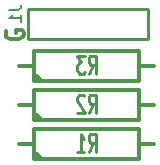
<source format=gbo>
G04 (created by PCBNEW-RS274X (2012-01-19 BZR 3256)-stable) date 23/01/2013 13:42:51*
G01*
G70*
G90*
%MOIN*%
G04 Gerber Fmt 3.4, Leading zero omitted, Abs format*
%FSLAX34Y34*%
G04 APERTURE LIST*
%ADD10C,0.006000*%
%ADD11C,0.012000*%
%ADD12C,0.010000*%
%ADD13C,0.008000*%
G04 APERTURE END LIST*
G54D10*
G54D11*
X62521Y-31219D02*
X62493Y-31267D01*
X62493Y-31338D01*
X62521Y-31410D01*
X62579Y-31457D01*
X62636Y-31481D01*
X62750Y-31505D01*
X62836Y-31505D01*
X62950Y-31481D01*
X63007Y-31457D01*
X63064Y-31410D01*
X63093Y-31338D01*
X63093Y-31290D01*
X63064Y-31219D01*
X63036Y-31195D01*
X62836Y-31195D01*
X62836Y-31290D01*
G54D12*
X67250Y-30500D02*
X63250Y-30500D01*
X67250Y-31500D02*
X63250Y-31500D01*
X63250Y-31500D02*
X63250Y-30500D01*
X67250Y-30500D02*
X67250Y-31500D01*
G54D11*
X63450Y-35500D02*
X63450Y-34500D01*
X63450Y-34500D02*
X66950Y-34500D01*
X66950Y-34500D02*
X66950Y-35500D01*
X66950Y-35500D02*
X63450Y-35500D01*
X63450Y-35250D02*
X63700Y-35500D01*
X63450Y-35000D02*
X62950Y-35000D01*
X66950Y-35000D02*
X67450Y-35000D01*
X63450Y-34200D02*
X63450Y-33200D01*
X63450Y-33200D02*
X66950Y-33200D01*
X66950Y-33200D02*
X66950Y-34200D01*
X66950Y-34200D02*
X63450Y-34200D01*
X63450Y-33950D02*
X63700Y-34200D01*
X63450Y-33700D02*
X62950Y-33700D01*
X66950Y-33700D02*
X67450Y-33700D01*
X63450Y-32900D02*
X63450Y-31900D01*
X63450Y-31900D02*
X66950Y-31900D01*
X66950Y-31900D02*
X66950Y-32900D01*
X66950Y-32900D02*
X63450Y-32900D01*
X63450Y-32650D02*
X63700Y-32900D01*
X63450Y-32400D02*
X62950Y-32400D01*
X66950Y-32400D02*
X67450Y-32400D01*
G54D13*
X62612Y-30517D02*
X62898Y-30517D01*
X62955Y-30497D01*
X62993Y-30459D01*
X63012Y-30402D01*
X63012Y-30364D01*
X63012Y-30917D02*
X63012Y-30688D01*
X63012Y-30802D02*
X62612Y-30802D01*
X62669Y-30764D01*
X62707Y-30726D01*
X62726Y-30688D01*
G54D12*
X65266Y-35243D02*
X65400Y-34957D01*
X65495Y-35243D02*
X65495Y-34643D01*
X65342Y-34643D01*
X65304Y-34671D01*
X65285Y-34700D01*
X65266Y-34757D01*
X65266Y-34843D01*
X65285Y-34900D01*
X65304Y-34929D01*
X65342Y-34957D01*
X65495Y-34957D01*
X64885Y-35243D02*
X65114Y-35243D01*
X65000Y-35243D02*
X65000Y-34643D01*
X65038Y-34729D01*
X65076Y-34786D01*
X65114Y-34814D01*
X65266Y-33943D02*
X65400Y-33657D01*
X65495Y-33943D02*
X65495Y-33343D01*
X65342Y-33343D01*
X65304Y-33371D01*
X65285Y-33400D01*
X65266Y-33457D01*
X65266Y-33543D01*
X65285Y-33600D01*
X65304Y-33629D01*
X65342Y-33657D01*
X65495Y-33657D01*
X65114Y-33400D02*
X65095Y-33371D01*
X65057Y-33343D01*
X64961Y-33343D01*
X64923Y-33371D01*
X64904Y-33400D01*
X64885Y-33457D01*
X64885Y-33514D01*
X64904Y-33600D01*
X65133Y-33943D01*
X64885Y-33943D01*
X65266Y-32643D02*
X65400Y-32357D01*
X65495Y-32643D02*
X65495Y-32043D01*
X65342Y-32043D01*
X65304Y-32071D01*
X65285Y-32100D01*
X65266Y-32157D01*
X65266Y-32243D01*
X65285Y-32300D01*
X65304Y-32329D01*
X65342Y-32357D01*
X65495Y-32357D01*
X65133Y-32043D02*
X64885Y-32043D01*
X65019Y-32271D01*
X64961Y-32271D01*
X64923Y-32300D01*
X64904Y-32329D01*
X64885Y-32386D01*
X64885Y-32529D01*
X64904Y-32586D01*
X64923Y-32614D01*
X64961Y-32643D01*
X65076Y-32643D01*
X65114Y-32614D01*
X65133Y-32586D01*
M02*

</source>
